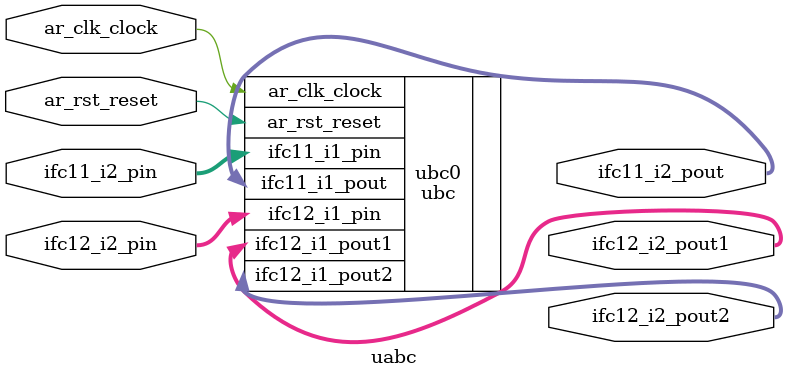
<source format=v>
`include "defines.v"

module uabc(ifc11_i2_pin,
            ifc11_i2_pout,
            ifc12_i2_pin,
            ifc12_i2_pout1,
            ifc12_i2_pout2,
            ar_rst_reset,
            ar_clk_clock);
// Location of source csl unit: file name = ar13b.csl line number = 76
  input [8 - 1:0] ifc11_i2_pin;
  input [8 - 1:0] ifc12_i2_pin;
  input [1 - 1:0] ar_rst_reset;
  input [1 - 1:0] ar_clk_clock;
  output [8 - 1:0] ifc11_i2_pout;
  output [8 - 1:0] ifc12_i2_pout1;
  output [8 - 1:0] ifc12_i2_pout2;
  ubc ubc0(.ar_clk_clock(ar_clk_clock),
           .ar_rst_reset(ar_rst_reset),
           .ifc11_i1_pin(ifc11_i2_pin),
           .ifc11_i1_pout(ifc11_i2_pout),
           .ifc12_i1_pin(ifc12_i2_pin),
           .ifc12_i1_pout1(ifc12_i2_pout1),
           .ifc12_i1_pout2(ifc12_i2_pout2));
  `include "uabc.logic.v"
endmodule


</source>
